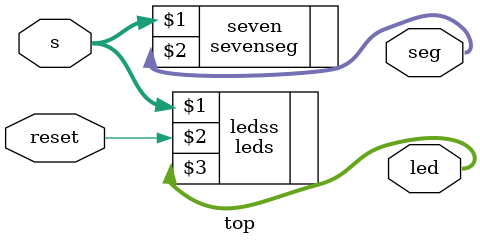
<source format=sv>

module top( input logic     [3:0]s,
			input logic     reset,
			output logic    [2:0]led,
			output logic    [6:0]seg);


   logic int_osc;
   logic [24:0] counter;
// call seven segment module

	 sevenseg seven( s,
			        seg   );
 // cal leds
 leds ledss (s,
			reset,
			led);

endmodule

</source>
